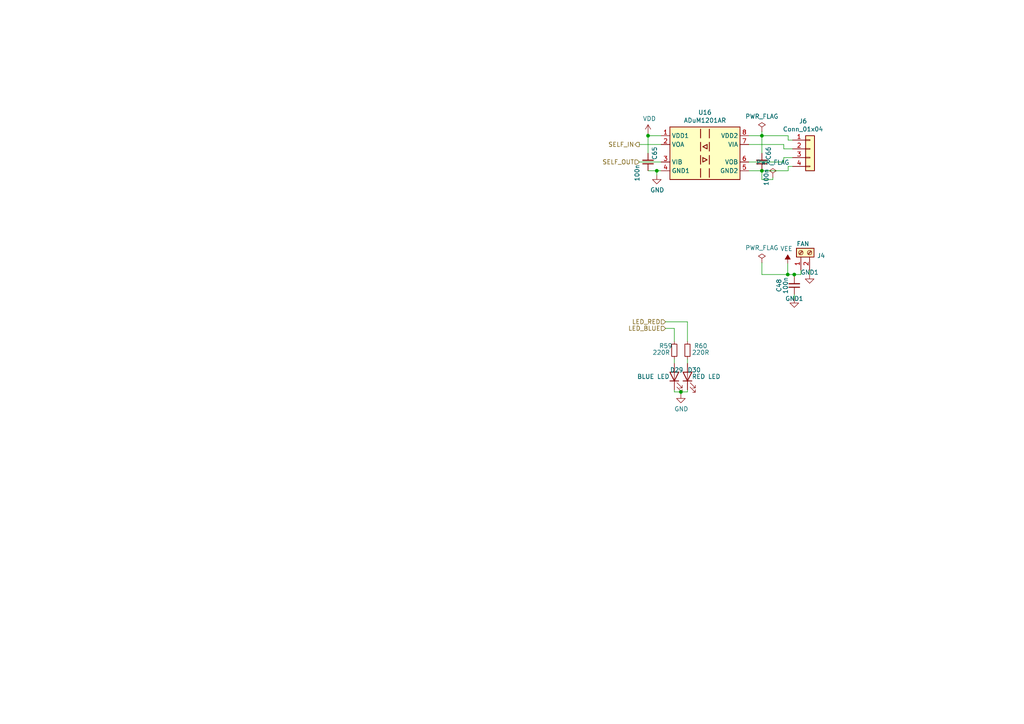
<source format=kicad_sch>
(kicad_sch (version 20200506) (host eeschema "5.99.0-unknown-1f9723c~101~ubuntu18.04.1")
  (page "A4")
  (lib_symbols
    (symbol "Connector:Screw_Terminal_01x02" (pin_names hide)
      (property "Reference" "J" (at 0 2.54 0))
      (property "Value" "Screw_Terminal_01x02" (at 0 -5.08 0))
      (symbol "Screw_Terminal_01x02_1_1"
        (circle (center 0 -2.54) (radius 0.635))
        (circle (center 0 0) (radius 0.635))
        (rectangle (start -1.27 1.27) (end 1.27 -3.81) (stroke (width 0.254)) (fill (type background)))
        (polyline (pts (xy -0.5334 -2.2098) (xy 0.3302 -3.048)))
        (polyline (pts (xy -0.5334 0.3302) (xy 0.3302 -0.508)))
        (polyline (pts (xy -0.3556 -2.032) (xy 0.508 -2.8702)))
        (polyline (pts (xy -0.3556 0.508) (xy 0.508 -0.3302)))
        (pin passive line (at -5.08 0 0) (length 3.81) (name "Pin_1") (number "1"))
        (pin passive line (at -5.08 -2.54 0) (length 3.81) (name "Pin_2") (number "2"))
      )
    )
    (symbol "Connector_Generic:Conn_01x04" (pin_names hide)
      (property "Reference" "J" (at 0 5.08 0))
      (property "Value" "Conn_01x04" (at 0 -7.62 0))
      (symbol "Conn_01x04_1_1"
        (rectangle (start -1.27 -4.953) (end 0 -5.207))
        (rectangle (start -1.27 -2.413) (end 0 -2.667))
        (rectangle (start -1.27 2.667) (end 0 2.413))
        (rectangle (start -1.27 3.81) (end 1.27 -6.35) (stroke (width 0.254)) (fill (type background)))
        (rectangle (start -1.27 0.127) (end 0 -0.127))
        (pin passive line (at -5.08 2.54 0) (length 3.81) (name "Pin_1") (number "1"))
        (pin passive line (at -5.08 0 0) (length 3.81) (name "Pin_2") (number "2"))
        (pin passive line (at -5.08 -2.54 0) (length 3.81) (name "Pin_3") (number "3"))
        (pin passive line (at -5.08 -5.08 0) (length 3.81) (name "Pin_4") (number "4"))
      )
    )
    (symbol "Device:C_Small" (pin_numbers hide) (pin_names (offset 0.254) hide)
      (property "Reference" "C" (at 0.254 1.778 0))
      (property "Value" "C_Small" (at 0.254 -2.032 0))
      (symbol "C_Small_0_1"
        (polyline (pts (xy -1.524 -0.508) (xy 1.524 -0.508)) (stroke (width 0.3302)))
        (polyline (pts (xy -1.524 0.508) (xy 1.524 0.508)) (stroke (width 0.3048)))
      )
      (symbol "C_Small_1_1"
        (pin passive line (at 0 2.54 270) (length 2.032) (name "~") (number "1"))
        (pin passive line (at 0 -2.54 90) (length 2.032) (name "~") (number "2"))
      )
    )
    (symbol "Device:LED" (pin_numbers hide) (pin_names hide)
      (property "Reference" "D" (at 0 2.54 0))
      (property "Value" "LED" (at 0 -2.54 0))
      (symbol "LED_0_1"
        (polyline (pts (xy -1.27 -1.27) (xy -1.27 1.27)) (stroke (width 0.254)))
        (polyline (pts (xy -1.27 0) (xy 1.27 0)))
        (polyline (pts (xy 1.27 -1.27) (xy 1.27 1.27) (xy -1.27 0) (xy 1.27 -1.27)) (stroke (width 0.254)))
        (polyline (pts (xy -3.048 -0.762) (xy -4.572 -2.286) (xy -3.81 -2.286) (xy -4.572 -2.286) (xy -4.572 -1.524)))
        (polyline (pts (xy -1.778 -0.762) (xy -3.302 -2.286) (xy -2.54 -2.286) (xy -3.302 -2.286) (xy -3.302 -1.524)))
      )
      (symbol "LED_1_1"
        (pin passive line (at -3.81 0 0) (length 2.54) (name "K") (number "1"))
        (pin passive line (at 3.81 0 180) (length 2.54) (name "A") (number "2"))
      )
    )
    (symbol "Device:R_Small" (pin_numbers hide) (pin_names (offset 0.254) hide)
      (property "Reference" "R" (at 0.762 0.508 0))
      (property "Value" "R_Small" (at 0.762 -1.016 0))
      (symbol "R_Small_0_1"
        (rectangle (start -0.762 1.778) (end 0.762 -1.778) (stroke (width 0.2032)))
      )
      (symbol "R_Small_1_1"
        (pin passive line (at 0 2.54 270) (length 0.762) (name "~") (number "1"))
        (pin passive line (at 0 -2.54 90) (length 0.762) (name "~") (number "2"))
      )
    )
    (symbol "Isolator:ADuM1201AR"
      (property "Reference" "U" (at -10.16 8.89 0))
      (property "Value" "ADuM1201AR" (at -2.032 8.89 0))
      (symbol "ADuM1201AR_0_1"
        (rectangle (start -10.16 7.62) (end 10.16 -7.62) (stroke (width 0.254)) (fill (type background)))
        (polyline (pts (xy -1.27 -4.445) (xy -1.27 -6.985)) (stroke (width 0.254)))
        (polyline (pts (xy -1.27 -0.635) (xy -1.27 -3.175)) (stroke (width 0.254)))
        (polyline (pts (xy -1.27 3.175) (xy -1.27 0.635)) (stroke (width 0.254)))
        (polyline (pts (xy -1.27 6.985) (xy -1.27 4.445)) (stroke (width 0.254)))
        (polyline (pts (xy 1.27 -4.445) (xy 1.27 -6.985)) (stroke (width 0.254)))
        (polyline (pts (xy 1.27 -0.635) (xy 1.27 -3.175)) (stroke (width 0.254)))
        (polyline (pts (xy 1.27 3.175) (xy 1.27 0.635)) (stroke (width 0.254)))
        (polyline (pts (xy 1.27 6.985) (xy 1.27 4.445)) (stroke (width 0.254)))
        (polyline (pts (xy -0.635 -1.27) (xy -0.635 -2.54) (xy 0.635 -1.905) (xy -0.635 -1.27)) (stroke (width 0.254)))
        (polyline (pts (xy 0.635 2.54) (xy 0.635 1.27) (xy -0.635 1.905) (xy 0.635 2.54)) (stroke (width 0.254)))
      )
      (symbol "ADuM1201AR_1_1"
        (pin power_in line (at -12.7 5.08 0) (length 2.54) (name "VDD1") (number "1"))
        (pin output line (at -12.7 2.54 0) (length 2.54) (name "VOA") (number "2"))
        (pin input line (at -12.7 -2.54 0) (length 2.54) (name "VIB") (number "3"))
        (pin power_in line (at -12.7 -5.08 0) (length 2.54) (name "GND1") (number "4"))
        (pin power_in line (at 12.7 -5.08 180) (length 2.54) (name "GND2") (number "5"))
        (pin output line (at 12.7 -2.54 180) (length 2.54) (name "VOB") (number "6"))
        (pin input line (at 12.7 2.54 180) (length 2.54) (name "VIA") (number "7"))
        (pin power_in line (at 12.7 5.08 180) (length 2.54) (name "VDD2") (number "8"))
      )
    )
    (symbol "power:GND" (power) (pin_names (offset 0))
      (property "Value" "GND" (at 0 -3.81 0))
      (symbol "GND_0_1"
        (polyline (pts (xy 0 0) (xy 0 -1.27) (xy 1.27 -1.27) (xy 0 -2.54) (xy -1.27 -1.27) (xy 0 -1.27)))
      )
      (symbol "GND_1_1"
        (pin power_in line (at 0 0 270) (length 0) (name "GND") (number "1") hide)
      )
    )
    (symbol "power:GND1" (power) (pin_names (offset 0))
      (property "Value" "GND1" (at 0 -3.81 0))
      (symbol "GND1_0_1"
        (polyline (pts (xy 0 0) (xy 0 -1.27) (xy 1.27 -1.27) (xy 0 -2.54) (xy -1.27 -1.27) (xy 0 -1.27)))
      )
      (symbol "GND1_1_1"
        (pin power_in line (at 0 0 270) (length 0) (name "GND1") (number "1") hide)
      )
    )
    (symbol "power:PWR_FLAG" (power) (pin_numbers hide) (pin_names (offset 0) hide)
      (property "Value" "PWR_FLAG" (at 0 3.81 0))
      (symbol "PWR_FLAG_0_1"
        (polyline (pts (xy 0 0) (xy 0 1.27) (xy -1.016 1.905) (xy 0 2.54) (xy 1.016 1.905) (xy 0 1.27)))
      )
      (symbol "PWR_FLAG_0_0"
        (pin power_out line (at 0 0 90) (length 0) (name "pwr") (number "1"))
      )
    )
    (symbol "power:VDD" (power) (pin_names (offset 0))
      (property "Value" "VDD" (at 0 3.81 0))
      (symbol "VDD_0_1"
        (polyline (pts (xy -0.762 1.27) (xy 0 2.54)))
        (polyline (pts (xy 0 0) (xy 0 2.54)))
        (polyline (pts (xy 0 2.54) (xy 0.762 1.27)))
      )
      (symbol "VDD_1_1"
        (pin power_in line (at 0 0 90) (length 0) (name "VDD") (number "1") hide)
      )
    )
    (symbol "power:VEE" (power) (pin_names (offset 0))
      (property "Value" "VEE" (at 0 3.81 0))
      (symbol "VEE_0_1"
        (polyline (pts (xy 0 0) (xy 0 2.54)))
        (polyline (pts (xy 0.762 1.27) (xy -0.762 1.27) (xy 0 2.54) (xy 0.762 1.27)) (fill (type outline)))
      )
      (symbol "VEE_1_1"
        (pin power_in line (at 0 0 90) (length 0) (name "VEE") (number "1") hide)
      )
    )
  )
  (junction (at 220.98 49.53))
  (junction (at 230.378 79.629))
  (junction (at 187.96 39.37))
  (junction (at 197.485 113.665))
  (junction (at 228.473 79.629))
  (junction (at 190.5 49.53))
  (junction (at 220.98 39.37))
  (wire (pts (xy 185.42 41.91) (xy 191.77 41.91)))
  (wire (pts (xy 185.42 46.99) (xy 191.77 46.99)))
  (wire (pts (xy 187.96 38.735) (xy 187.96 39.37)))
  (wire (pts (xy 187.96 39.37) (xy 187.96 44.45)))
  (wire (pts (xy 187.96 39.37) (xy 191.77 39.37)))
  (wire (pts (xy 187.96 49.53) (xy 190.5 49.53)))
  (wire (pts (xy 190.5 49.53) (xy 190.5 50.8)))
  (wire (pts (xy 190.5 49.53) (xy 191.77 49.53)))
  (wire (pts (xy 193.04 93.345) (xy 199.39 93.345)))
  (wire (pts (xy 193.04 95.25) (xy 195.58 95.25)))
  (wire (pts (xy 195.58 95.25) (xy 195.58 99.06)))
  (wire (pts (xy 195.58 104.14) (xy 195.58 105.41)))
  (wire (pts (xy 195.58 113.03) (xy 195.58 113.665)))
  (wire (pts (xy 195.58 113.665) (xy 197.485 113.665)))
  (wire (pts (xy 197.485 113.665) (xy 197.485 114.3)))
  (wire (pts (xy 197.485 113.665) (xy 199.39 113.665)))
  (wire (pts (xy 199.39 93.345) (xy 199.39 99.06)))
  (wire (pts (xy 199.39 104.14) (xy 199.39 105.41)))
  (wire (pts (xy 199.39 113.665) (xy 199.39 113.03)))
  (wire (pts (xy 217.17 39.37) (xy 220.98 39.37)))
  (wire (pts (xy 217.17 41.91) (xy 227.33 41.91)))
  (wire (pts (xy 217.17 46.99) (xy 227.33 46.99)))
  (wire (pts (xy 217.17 49.53) (xy 220.98 49.53)))
  (wire (pts (xy 220.98 38.1) (xy 220.98 39.37)))
  (wire (pts (xy 220.98 39.37) (xy 220.98 44.45)))
  (wire (pts (xy 220.98 39.37) (xy 228.6 39.37)))
  (wire (pts (xy 220.98 49.53) (xy 220.98 52.07)))
  (wire (pts (xy 220.98 49.53) (xy 228.6 49.53)))
  (wire (pts (xy 220.98 52.07) (xy 224.155 52.07)))
  (wire (pts (xy 220.98 79.629) (xy 220.98 76.2)))
  (wire (pts (xy 224.155 52.07) (xy 224.155 51.435)))
  (wire (pts (xy 227.33 41.91) (xy 227.33 43.18)))
  (wire (pts (xy 227.33 43.18) (xy 229.87 43.18)))
  (wire (pts (xy 227.33 45.72) (xy 229.87 45.72)))
  (wire (pts (xy 227.33 46.99) (xy 227.33 45.72)))
  (wire (pts (xy 228.473 76.454) (xy 228.473 79.629)))
  (wire (pts (xy 228.473 79.629) (xy 220.98 79.629)))
  (wire (pts (xy 228.473 79.629) (xy 230.378 79.629)))
  (wire (pts (xy 228.6 39.37) (xy 228.6 40.64)))
  (wire (pts (xy 228.6 40.64) (xy 229.87 40.64)))
  (wire (pts (xy 228.6 48.26) (xy 229.87 48.26)))
  (wire (pts (xy 228.6 49.53) (xy 228.6 48.26)))
  (wire (pts (xy 230.378 79.629) (xy 230.378 80.264)))
  (wire (pts (xy 230.378 79.629) (xy 232.283 79.629)))
  (wire (pts (xy 230.378 85.344) (xy 230.378 86.614)))
  (wire (pts (xy 232.283 79.629) (xy 232.283 78.359)))
  (wire (pts (xy 234.823 78.359) (xy 234.823 79.629)))
  (hierarchical_label "SELF_IN" (shape output) (at 185.42 41.91 180))
  (hierarchical_label "SELF_OUT" (shape input) (at 185.42 46.99 180))
  (hierarchical_label "LED_RED" (shape input) (at 193.04 93.345 180))
  (hierarchical_label "LED_BLUE" (shape input) (at 193.04 95.25 180))
  (symbol (lib_id "power:PWR_FLAG") (at 220.98 38.1 0) (unit 1)
    (property "Reference" "#FLG0124" (effects hide))
    (property "Value" "PWR_FLAG" (at 220.98 33.7756 0))
  )
  (symbol (lib_id "power:PWR_FLAG") (at 220.98 76.2 0) (unit 1)
    (property "Reference" "#FLG0121" (effects hide))
    (property "Value" "PWR_FLAG" (at 220.98 71.882 0))
  )
  (symbol (lib_id "power:PWR_FLAG") (at 224.155 51.435 0) (unit 1)
    (property "Reference" "#FLG0125" (effects hide))
    (property "Value" "PWR_FLAG" (at 224.155 47.117 0))
  )
  (symbol (lib_id "power:VDD") (at 187.96 38.735 0) (unit 1)
    (property "Reference" "#PWR071" (effects hide))
    (property "Value" "VDD" (at 188.341 34.417 0))
  )
  (symbol (lib_id "power:VEE") (at 228.473 76.454 0) (mirror y) (unit 1)
    (property "Reference" "#PWR047" (effects hide))
    (property "Value" "VEE" (at 228.092 72.136 0))
  )
  (symbol (lib_id "power:GND") (at 190.5 50.8 0) (unit 1)
    (property "Reference" "#PWR072" (effects hide))
    (property "Value" "GND" (at 190.627 55.118 0))
  )
  (symbol (lib_id "power:GND") (at 197.485 114.3 0) (unit 1)
    (property "Reference" "#PWR0107" (effects hide))
    (property "Value" "GND" (at 197.612 118.618 0))
  )
  (symbol (lib_id "power:GND1") (at 230.378 86.614 0) (unit 1)
    (property "Reference" "#PWR048" (effects hide))
    (property "Value" "GND1" (at 230.378 86.614 0))
  )
  (symbol (lib_id "power:GND1") (at 234.823 79.629 0) (unit 1)
    (property "Reference" "#PWR049" (effects hide))
    (property "Value" "GND1" (at 234.823 78.994 0))
  )
  (symbol (lib_id "Device:R_Small") (at 195.58 101.6 0) (unit 1)
    (property "Reference" "R59" (at 191.135 100.33 0) (effects (justify left)))
    (property "Value" "220R" (at 189.23 102.235 0) (effects (justify left)))
    (property "Footprint" "Resistor_SMD:R_0805_2012Metric_Pad1.15x1.40mm_HandSolder" (effects hide))
    (property "Link" "https://ozdisan.com/passive-components/resistors/smt-smd-and-chip-resistors/0805S8J0221T5E" (effects hide))
    (property "Price" "0.01498TL" (effects hide))
  )
  (symbol (lib_id "Device:R_Small") (at 199.39 101.6 0) (unit 1)
    (property "Reference" "R60" (at 201.295 100.33 0) (effects (justify left)))
    (property "Value" "220R" (at 200.66 102.235 0) (effects (justify left)))
    (property "Footprint" "Resistor_SMD:R_0805_2012Metric_Pad1.15x1.40mm_HandSolder" (effects hide))
    (property "Link" "https://ozdisan.com/passive-components/resistors/smt-smd-and-chip-resistors/0805S8J0221T5E" (effects hide))
    (property "Price" "0.01498TL" (effects hide))
  )
  (symbol (lib_id "Device:C_Small") (at 187.96 46.99 180) (unit 1)
    (property "Reference" "C65" (at 189.865 44.45 90))
    (property "Value" "100n" (at 184.785 50.165 90))
    (property "Footprint" "Capacitor_SMD:C_0805_2012Metric_Pad1.15x1.40mm_HandSolder" (effects hide))
    (property "Link" "https://ozdisan.com/passive-components/capacitors/smt-smd-and-mlcc-capacitors/CL21B104KBFWPNE" (effects hide))
    (property "Price" "0.10509TL" (effects hide))
  )
  (symbol (lib_id "Device:C_Small") (at 220.98 46.99 180) (unit 1)
    (property "Reference" "C66" (at 222.885 44.45 90))
    (property "Value" "100n" (at 222.25 51.435 90))
    (property "Footprint" "Capacitor_SMD:C_0805_2012Metric_Pad1.15x1.40mm_HandSolder" (effects hide))
    (property "Link" "https://ozdisan.com/passive-components/capacitors/smt-smd-and-mlcc-capacitors/CL21B104KBFWPNE" (effects hide))
    (property "Price" "0.10509TL" (effects hide))
  )
  (symbol (lib_id "Device:C_Small") (at 230.378 82.804 180) (unit 1)
    (property "Reference" "C48" (at 225.933 82.804 90))
    (property "Value" "100n" (at 227.838 82.804 90))
    (property "Footprint" "Capacitor_THT:C_Rect_L7.2mm_W2.5mm_P5.00mm_FKS2_FKP2_MKS2_MKP2" (effects hide))
    (property "Link" "https://ozdisan.com/passive-components/capacitors/film-capacitors/C242A104J2SA201" (effects hide))
    (property "Price" "0.28918TL" (effects hide))
  )
  (symbol (lib_id "Device:LED") (at 195.58 109.22 90) (unit 1)
    (property "Reference" "D29" (at 194.31 107.315 90) (effects (justify right)))
    (property "Value" "BLUE LED" (at 184.785 109.22 90) (effects (justify right)))
    (property "Footprint" "LED_SMD:LED_0805_2012Metric_Pad1.15x1.40mm_HandSolder" (effects hide))
    (property "Link" "https://ozdisan.com/leds-and-lighting-solutions/led-components/led-signal-color/HL-PSC-2012H203BC" (effects hide))
    (property "Price" "0.14309TL" (effects hide))
  )
  (symbol (lib_id "Device:LED") (at 199.39 109.22 90) (unit 1)
    (property "Reference" "D30" (at 199.39 107.315 90) (effects (justify right)))
    (property "Value" "RED LED" (at 200.66 109.22 90) (effects (justify right)))
    (property "Footprint" "LED_SMD:LED_0805_2012Metric_Pad1.15x1.40mm_HandSolder" (effects hide))
    (property "Link" "https://ozdisan.com/leds-and-lighting-solutions/led-components/led-signal-color/HL-PSC-2012S9AC" (effects hide))
    (property "Price" "0.13813TL" (effects hide))
  )
  (symbol (lib_id "Connector:Screw_Terminal_01x02") (at 232.283 73.279 90) (unit 1)
    (property "Reference" "J4" (at 236.9566 74.168 90) (effects (justify right)))
    (property "Value" "FAN" (at 231.013 70.739 90) (effects (justify right)))
    (property "Footprint" "oe_connector:DG128-5.0-02P-14-00AH" (effects hide))
    (property "Link" "https://ozdisan.com/connectors-and-interconnects/terminal-blocks/pcb-terminal-blocks/DG128-5-0-02P-14-00AH" (effects hide))
    (property "Price" "0.82190TL" (effects hide))
  )
  (symbol (lib_id "Connector_Generic:Conn_01x04") (at 234.95 43.18 0) (unit 1)
    (property "Reference" "J6" (at 232.918 35.1536 0))
    (property "Value" "Conn_01x04" (at 232.918 37.465 0))
    (property "Footprint" "Connector_PinHeader_2.54mm:PinHeader_1x04_P2.54mm_Vertical" (effects hide))
    (property "Link" "https://ozdisan.com/connectors-and-interconnects/headers/pin-headers/L-KLS1-207-1-04-S" (effects hide))
    (property "Price" "0.0885TL" (effects hide))
  )
  (symbol (lib_id "Isolator:ADuM1201AR") (at 204.47 44.45 0) (unit 1)
    (property "Reference" "U16" (at 204.47 32.6136 0))
    (property "Value" "ADuM1201AR" (at 204.47 34.925 0))
    (property "Footprint" "Package_SO:SOIC-8_3.9x4.9mm_P1.27mm" (effects hide))
    (property "Datasheet" "https://www.analog.com/media/en/technical-documentation/data-sheets/ADuM1200_1201.pdf" (effects hide))
    (property "Link" "https://ozdisan.com/integrated-circuits-ics/interfaces-and-peripherals-ics/digital-isolators/ADUM1201ARZ-RL7" (effects hide))
    (property "Price" "9.03558TL" (effects hide))
  )
)
</source>
